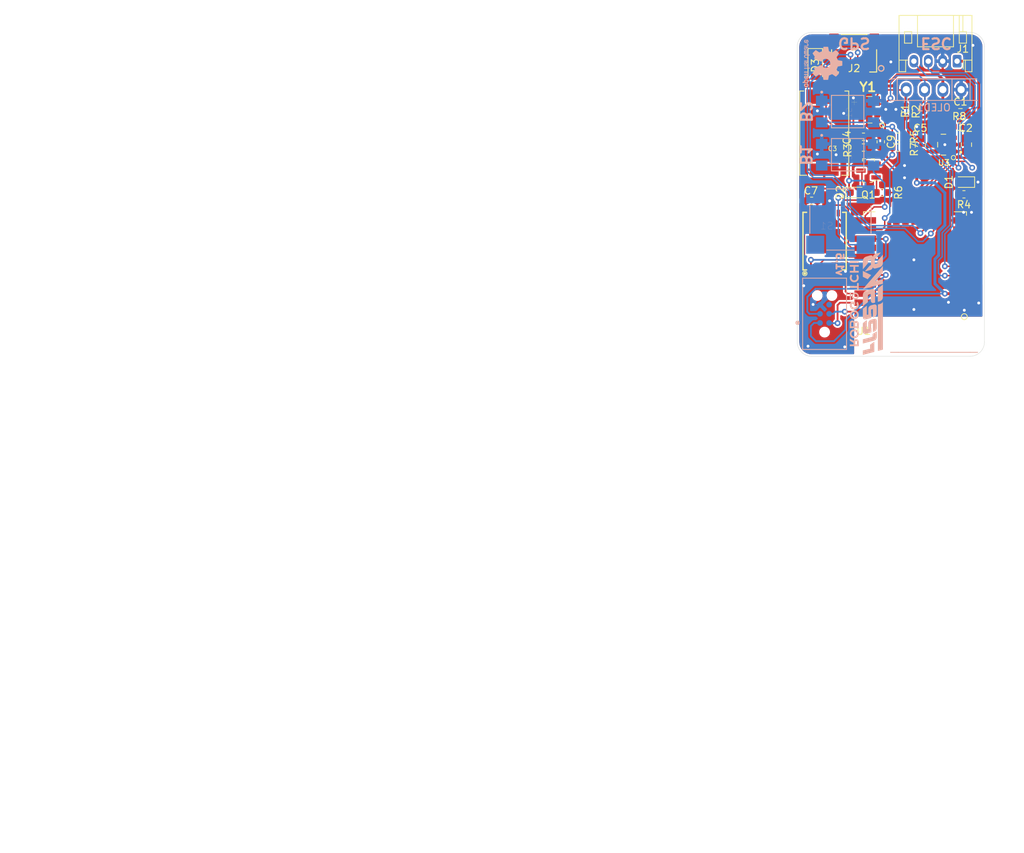
<source format=kicad_pcb>
(kicad_pcb (version 20171130) (host pcbnew "(5.1.5)-3")
  (layers (0 F.Cu signal) (31 B.Cu signal) (34 B.Paste user) (35 F.Paste user) (36 B.SilkS user) (37 F.SilkS user) (38 B.Mask user) (39 F.Mask user) (44 Edge.Cuts user))
  (net 0 "")
  (net 1 GND)
  (net 2 +3V3)
  (net 3 "Net-(D1-Pad2)")
  (net 4 /SDA)
  (net 5 /SCL)
  (net 6 /P0.09)
  (net 7 +5V)
  (net 8 /VBACKUP)
  (net 9 /GPS-TX)
  (net 10 /GPS-RX)
  (net 11 /RST)
  (net 12 /SWCLK)
  (net 13 /SWDIO)
  (net 14 /P0.10)
  (net 15 /P0.20)
  (net 16 /P0.19)
  (net 17 /P0.23)
  (net 18 /P0.17)
  (net 19 /P0.22)
  (net 20 /P0.21)
  (net 21 "Net-(C3-Pad1)")
  (net 22 "Net-(D2-Pad2)")
  (net 23 /ESC-TX)
  (net 24 /ESC-RX)
  (net 25 /P0.08)
  (net 26 "Net-(Q1-Pad2)")
  (net 27 /P0.05)
  (net 28 "Net-(D3-Pad1)")
  (net 29 "Net-(C1-Pad1)")
  (module Symbol:OSHW-Logo2_7.3x6mm_SilkScreen (layer B.Cu) (at 129.4 85.4 90)
    (fp_text reference REF** hide)
    (fp_text value OSHW-Logo2_7.3x6mm_SilkScreen hide)
  )
  (module Freesk8-receiver:Freesk8-robogotchi-14x4p4mm (layer B.Cu) (at 135.5 118.8 90)
    (fp_text reference G*** hide)
    (fp_text value LOGO hide)
  )
  (module TLV75533PDBVR:SOT95P280X145-5N (layer F.Cu) (at 146.2 96.7 180)
    (fp_text reference U3 (at -0.06 -2.508) (layer F.SilkS) (effects (font (size 0.8 0.8))))
    (fp_text value TLV75533PDBVR)
    (pad 5 smd rect (at 1.255 -0.95 180) (size 1.21 0.59) (layers F.Cu F.Paste F.Mask) (net 2 +3V3))
    (pad 4 smd rect (at 1.255 0.95 180) (size 1.21 0.59) (layers F.Cu F.Paste F.Mask))
    (pad 3 smd rect (at -1.255 0.95 180) (size 1.21 0.59) (layers F.Cu F.Paste F.Mask) (net 29 "Net-(C1-Pad1)"))
    (pad 2 smd rect (at -1.255 0 180) (size 1.21 0.59) (layers F.Cu F.Paste F.Mask) (net 1 GND))
    (pad 1 smd rect (at -1.255 -0.95 180) (size 1.21 0.59) (layers F.Cu F.Paste F.Mask) (net 7 +5V))
  )
  (module Diode_SMD:D_SOD-123 (layer F.Cu) (at 128.4 85.6 270)
    (fp_text reference D3 (at 0.1 0 90) (layer F.SilkS))
    (fp_text value B130-E3)
    (pad 2 smd rect (at 1.65 0 270) (size 0.9 1.2) (layers F.Cu F.Paste F.Mask) (net 2 +3V3))
    (pad 1 smd rect (at -1.65 0 270) (size 0.9 1.2) (layers F.Cu F.Paste F.Mask) (net 28 "Net-(D3-Pad1)"))
  )
  (module Resistor_SMD:R_0603_1608Metric (layer F.Cu) (at 148.4 94.2)
    (fp_text reference R8 (at 0 -1.43) (layer F.SilkS))
    (fp_text value 20k)
    (pad 2 smd roundrect (at 0.7875 0) (size 0.875 0.95) (layers F.Cu F.Paste F.Mask) (net 7 +5V))
    (pad 1 smd roundrect (at -0.7875 0) (size 0.875 0.95) (layers F.Cu F.Paste F.Mask) (net 29 "Net-(C1-Pad1)"))
  )
  (module sm04-srss-tb:SM04B-SRSS-TB (layer F.Cu) (at 133.8 84)
    (fp_text reference J2 (at 0 2.0985) (layer F.SilkS))
    (fp_text value SM04B-SRSS-TB hide)
    (fp_text user * (at 0 -0.2717) (layer F.SilkS))
    (pad 6 smd rect (at 2.799999 -1.776501 90) (size 1.905 1.2954) (layers F.Cu F.Paste F.Mask))
    (pad 5 smd rect (at -2.799999 -1.776501 90) (size 1.905 1.2954) (layers F.Cu F.Paste F.Mask))
    (pad 4 smd rect (at -1.5 2.0985) (size 0.6604 1.5494) (layers F.Cu F.Paste F.Mask) (net 28 "Net-(D3-Pad1)"))
    (pad 3 smd rect (at -0.499999 2.0985) (size 0.6604 1.5494) (layers F.Cu F.Paste F.Mask) (net 10 /GPS-RX))
    (pad 2 smd rect (at 0.499999 2.0985) (size 0.6604 1.5494) (layers F.Cu F.Paste F.Mask) (net 9 /GPS-TX))
    (pad 1 smd rect (at 1.5 2.0985) (size 0.6604 1.5494) (layers F.Cu F.Paste F.Mask) (net 1 GND))
  )
  (module Capacitor_SMD:C_0805_2012Metric (layer F.Cu) (at 148.5625 92.4)
    (fp_text reference C1 (at 0 -1.65) (layer F.SilkS))
    (fp_text value 10uF)
    (pad 2 smd roundrect (at 0.9375 0) (size 0.975 1.4) (layers F.Cu F.Paste F.Mask) (net 1 GND))
    (pad 1 smd roundrect (at -0.9375 0) (size 0.975 1.4) (layers F.Cu F.Paste F.Mask) (net 29 "Net-(C1-Pad1)"))
  )
  (module Freesk8-receiver:SOT-23-3-R (layer F.Cu) (at 135.8 100.3 180)
    (fp_text reference Q1 (at 0.025 -3.375) (layer F.SilkS))
    (fp_text value 2SD1484KT146R)
    (pad 1 smd rect (at -1.05 0.95 180) (size 1.3 0.6) (layers F.Cu F.Paste F.Mask) (net 1 GND))
    (pad 2 smd rect (at -1.05 -0.95 180) (size 1.3 0.6) (layers F.Cu F.Paste F.Mask) (net 26 "Net-(Q1-Pad2)"))
    (pad 3 smd rect (at 1.05 0 180) (size 1.3 0.6) (layers F.Cu F.Paste F.Mask) (net 22 "Net-(D2-Pad2)"))
  )
  (module Freesk8-receiver:OLED-0.9 (layer B.Cu) (at 144.85 89.05 180)
    (fp_text reference OLED1 (at 0 -2.5 180) (layer B.SilkS) (effects (justify mirror)))
    (fp_text value OLED-0.91)
    (pad 4 thru_hole oval (at 3.81 0 180) (size 1.5 2) (drill 1) (layers *.Cu *.Mask) (net 4 /SDA))
    (pad 3 thru_hole oval (at 1.27 0 180) (size 1.5 2) (drill 1) (layers *.Cu *.Mask) (net 5 /SCL))
    (pad 2 thru_hole oval (at -1.27 0 180) (size 1.5 2) (drill 1) (layers *.Cu *.Mask) (net 2 +3V3))
    (pad 1 thru_hole oval (at -3.81 0 180) (size 1.5 2) (drill 1) (layers *.Cu *.Mask) (net 1 GND))
  )
  (module Capacitor_SMD:C_0603_1608Metric (layer F.Cu) (at 127.9 104.5)
    (fp_text reference C7 (at -0.1 -1.4) (layer F.SilkS))
    (fp_text value 0.1uF)
    (pad 2 smd roundrect (at 0.7875 0) (size 0.875 0.95) (layers F.Cu F.Paste F.Mask) (net 1 GND))
    (pad 1 smd roundrect (at -0.7875 0) (size 0.875 0.95) (layers F.Cu F.Paste F.Mask) (net 2 +3V3))
  )
  (module TC2030-CTX:TAG_TC2030-IDC-NL (layer B.Cu) (at 129.7 120.2 90)
    (fp_text reference J3 (at -1.908485 4.453145 270) (layer B.SilkS) (effects (font (size 1.001835 1.001835) (thickness 0.015)) (justify mirror)))
    (fp_text value TC2030-CTX)
    (pad 6 smd circle (at 1.27 0.635 90) (size 0.787 0.787) (layers B.Cu B.Mask))
    (pad 5 smd circle (at 1.27 -0.635 90) (size 0.787 0.787) (layers B.Cu B.Mask) (net 1 GND))
    (pad 4 smd circle (at 0 0.635 90) (size 0.787 0.787) (layers B.Cu B.Mask) (net 12 /SWCLK))
    (pad 3 smd circle (at 0 -0.635 90) (size 0.787 0.787) (layers B.Cu B.Mask) (net 11 /RST))
    (pad 2 smd circle (at -1.27 0.635 90) (size 0.787 0.787) (layers B.Cu B.Mask) (net 13 /SWDIO))
    (pad 1 smd circle (at -1.27 -0.635 90) (size 0.787 0.787) (layers B.Cu B.Mask) (net 2 +3V3))
    (pad None np_thru_hole circle (at 2.54 -1.016 90) (size 0.991 0.991) (drill 0.991) (layers *.Cu *.Mask))
    (pad None np_thru_hole circle (at 2.54 1.016 90) (size 0.991 0.991) (drill 0.991) (layers *.Cu *.Mask))
    (pad None np_thru_hole circle (at -2.54 0 90) (size 0.991 0.991) (drill 0.991) (layers *.Cu *.Mask))
  )
  (module TL3305AF260QG:SW_TL3305AF260QG (layer B.Cu) (at 132.9 98.1 270)
    (fp_text reference S2 (at -0.025 -0.175 90) (layer B.SilkS) (effects (font (size 0.8 0.8) (thickness 0.015)) (justify mirror)))
    (fp_text value TL3315NF160Q)
    (pad 4 smd rect (at 1.5 -3.6 270) (size 1.4 1.6) (layers B.Cu B.Paste B.Mask) (net 6 /P0.09))
    (pad 3 smd rect (at 1.5 3.6 270) (size 1.4 1.6) (layers B.Cu B.Paste B.Mask) (net 6 /P0.09))
    (pad 2 smd rect (at -1.5 -3.6 270) (size 1.4 1.6) (layers B.Cu B.Paste B.Mask) (net 1 GND))
    (pad 1 smd rect (at -1.5 3.6 270) (size 1.4 1.6) (layers B.Cu B.Paste B.Mask) (net 1 GND))
  )
  (module DSK-3R3H224U-HL:CAP_DSK-3R3H224U-HL (layer F.Cu) (at 129.65 95.1)
    (fp_text reference C3 (at 1.15 2.15) (layer F.SilkS) (effects (font (size 0.641479 0.641479) (thickness 0.1))))
    (fp_text value DSK-3R3H224U-HL)
    (fp_text user + (at 4.17451 -4.37661) (layer F.SilkS) (effects (font (size 1.007717 1.007717) (thickness 0.015))))
    (pad 2 smd rect (at 0 5.075) (size 4 1.7) (layers F.Cu F.Paste F.Mask) (net 1 GND))
    (pad 1 smd rect (at 0 -5.075) (size 5 2) (layers F.Cu F.Paste F.Mask) (net 21 "Net-(C3-Pad1)"))
  )
  (module Capacitor_SMD:C_0603_1608Metric (layer F.Cu) (at 137.5 96.3 270)
    (fp_text reference C9 (at 0 -1.43 90) (layer F.SilkS))
    (fp_text value 0.1uF)
    (pad 2 smd roundrect (at 0.7875 0 270) (size 0.875 0.95) (layers F.Cu F.Paste F.Mask) (net 1 GND))
    (pad 1 smd roundrect (at -0.7875 0 270) (size 0.875 0.95) (layers F.Cu F.Paste F.Mask) (net 2 +3V3))
  )
  (module SamacSys_Parts:ABRTCMC32768kHzEOZ9S3DBT (layer F.Cu) (at 135.9 91.85 90)
    (fp_text reference Y1 (at 3.15 -0.2 180) (layer F.SilkS) (effects (font (size 1.27 1.27) (thickness 0.254))))
    (fp_text value RV-3129-C3 hide)
    (pad 10 smd rect (at -1.6 -1.1 90) (size 0.5 0.8) (layers F.Cu F.Paste F.Mask))
    (pad 9 smd rect (at -0.8 -1.1 90) (size 0.5 0.8) (layers F.Cu F.Paste F.Mask) (net 8 /VBACKUP))
    (pad 8 smd rect (at 0 -1.1 90) (size 0.5 0.8) (layers F.Cu F.Paste F.Mask))
    (pad 7 smd rect (at 0.8 -1.1 90) (size 0.5 0.8) (layers F.Cu F.Paste F.Mask))
    (pad 6 smd rect (at 1.6 -1.1 90) (size 0.5 0.8) (layers F.Cu F.Paste F.Mask) (net 1 GND))
    (pad 5 smd rect (at 1.6 1.1 90) (size 0.5 0.8) (layers F.Cu F.Paste F.Mask) (net 4 /SDA))
    (pad 4 smd rect (at 0.8 1.1 90) (size 0.5 0.8) (layers F.Cu F.Paste F.Mask) (net 5 /SCL))
    (pad 3 smd rect (at 0 1.1 90) (size 0.5 0.8) (layers F.Cu F.Paste F.Mask))
    (pad 2 smd rect (at -0.8 1.1 90) (size 0.5 0.8) (layers F.Cu F.Paste F.Mask) (net 2 +3V3))
    (pad 1 smd rect (at -1.6 1.1 90) (size 0.5 0.8) (layers F.Cu F.Paste F.Mask))
  )
  (module Connector_JST:JST_PH_S4B-PH-K_1x04_P2.00mm_Horizontal (layer F.Cu) (at 148.1 85.1 180)
    (fp_text reference J1 (at -0.8 1.7) (layer F.SilkS))
    (fp_text value S4B-PH-K-SLFSN)
    (pad 4 thru_hole oval (at 6 0 180) (size 1.2 1.75) (drill 0.75) (layers *.Cu *.Mask) (net 23 /ESC-TX))
    (pad 3 thru_hole oval (at 4 0 180) (size 1.2 1.75) (drill 0.75) (layers *.Cu *.Mask) (net 24 /ESC-RX))
    (pad 2 thru_hole oval (at 2 0 180) (size 1.2 1.75) (drill 0.75) (layers *.Cu *.Mask) (net 1 GND))
    (pad 1 thru_hole roundrect (at 0 0 180) (size 1.2 1.75) (drill 0.75) (layers *.Cu *.Mask) (roundrect_rratio 0.208333) (net 7 +5V))
  )
  (module Capacitor_SMD:C_0805_2012Metric (layer F.Cu) (at 143 96.8 90)
    (fp_text reference C5 (at 2.4 0 180) (layer F.SilkS))
    (fp_text value 1uF)
    (pad 2 smd roundrect (at 0.9375 0 90) (size 0.975 1.4) (layers F.Cu F.Paste F.Mask) (net 1 GND))
    (pad 1 smd roundrect (at -0.9375 0 90) (size 0.975 1.4) (layers F.Cu F.Paste F.Mask) (net 2 +3V3))
  )
  (module Capacitor_SMD:C_0805_2012Metric (layer F.Cu) (at 149.4 96.7 90)
    (fp_text reference C2 (at 2.3 -0.1 180) (layer F.SilkS))
    (fp_text value 1uF)
    (pad 2 smd roundrect (at 0.9375 0 90) (size 0.975 1.4) (layers F.Cu F.Paste F.Mask) (net 1 GND))
    (pad 1 smd roundrect (at -0.9375 0 90) (size 0.975 1.4) (layers F.Cu F.Paste F.Mask) (net 7 +5V))
  )
  (module Capacitor_SMD:C_0603_1608Metric (layer F.Cu) (at 135.1 95.6 180)
    (fp_text reference C4 (at 2.3 -0.1 90) (layer F.SilkS))
    (fp_text value 10000pF)
    (pad 2 smd roundrect (at 0.7875 0 180) (size 0.875 0.95) (layers F.Cu F.Paste F.Mask) (net 1 GND))
    (pad 1 smd roundrect (at -0.7875 0 180) (size 0.875 0.95) (layers F.Cu F.Paste F.Mask) (net 8 /VBACKUP))
  )
  (module CMT-8503-90-SMT-TR:XDCR_CMT-8503-90-SMT-TR (layer B.Cu) (at 131.9 107.1 180)
    (fp_text reference LS1 (at 1.5 -0.9) (layer B.SilkS) (effects (font (thickness 0.015)) (justify mirror)))
    (fp_text value CMT-8503-90-SMT-TR)
    (pad N smd rect (at -3.5 -3.5 180) (size 2.5 2.5) (layers B.Cu B.Paste B.Mask) (net 22 "Net-(D2-Pad2)"))
    (pad 2 smd rect (at 3.5 -3.5 180) (size 2.5 2.5) (layers B.Cu B.Paste B.Mask))
    (pad 1 smd rect (at 3.5 3.5 180) (size 2.5 2.5) (layers B.Cu B.Paste B.Mask))
    (pad P smd rect (at -3.5 3.5 180) (size 2.5 2.5) (layers B.Cu B.Paste B.Mask) (net 2 +3V3))
  )
  (module Resistor_SMD:R_0603_1608Metric (layer F.Cu) (at 137.7 103.35)
    (fp_text reference R6 (at 2.25 0 270) (layer F.SilkS))
    (fp_text value 180r)
    (pad 2 smd roundrect (at 0.7875 0) (size 0.875 0.95) (layers F.Cu F.Paste F.Mask) (net 25 /P0.08))
    (pad 1 smd roundrect (at -0.7875 0) (size 0.875 0.95) (layers F.Cu F.Paste F.Mask) (net 26 "Net-(Q1-Pad2)"))
  )
  (module Diode_SMD:D_0603_1608Metric (layer F.Cu) (at 134.1 103.35)
    (fp_text reference D2 (at -2.25 0 270) (layer F.SilkS))
    (fp_text value SD0603S040S0R2)
    (pad 2 smd roundrect (at 0.7875 0) (size 0.875 0.95) (layers F.Cu F.Paste F.Mask) (net 22 "Net-(D2-Pad2)"))
    (pad 1 smd roundrect (at -0.7875 0) (size 0.875 0.95) (layers F.Cu F.Paste F.Mask) (net 2 +3V3))
  )
  (module LED_SMD:LED_0603_1608Metric (layer F.Cu) (at 149.05 101.9 180)
    (fp_text reference D1 (at 2.1 0 90) (layer F.SilkS))
    (fp_text value LED)
    (pad 2 smd roundrect (at 0.7875 0 180) (size 0.875 0.95) (layers F.Cu F.Paste F.Mask) (net 3 "Net-(D1-Pad2)"))
    (pad 1 smd roundrect (at -0.7875 0 180) (size 0.875 0.95) (layers F.Cu F.Paste F.Mask) (net 1 GND))
  )
  (module Resistor_SMD:R_0603_1608Metric (layer F.Cu) (at 149.05 103.6 180)
    (fp_text reference R4 (at 0 -1.43) (layer F.SilkS))
    (fp_text value 1k)
    (pad 2 smd roundrect (at 0.7875 0 180) (size 0.875 0.95) (layers F.Cu F.Paste F.Mask) (net 3 "Net-(D1-Pad2)"))
    (pad 1 smd roundrect (at -0.7875 0 180) (size 0.875 0.95) (layers F.Cu F.Paste F.Mask) (net 27 /P0.05))
  )
  (module W25N01GVZEIG_TR:SON127P800X600X80-9N (layer F.Cu) (at 129.7 110.1 90)
    (fp_text reference U2 (at 5.65 2.75 90) (layer F.SilkS) (effects (font (size 1.001787 1.001787) (thickness 0.015))))
    (fp_text value MX25L25645GZ2I-08G)
    (pad 9 smd rect (at 0 0 90) (size 3.4 4.3) (layers F.Cu F.Mask))
    (pad 8 smd rect (at 3.895 -1.905 90) (size 0.94 0.44) (layers F.Cu F.Paste F.Mask) (net 2 +3V3))
    (pad 5 smd rect (at 3.895 1.905 90) (size 0.94 0.44) (layers F.Cu F.Paste F.Mask) (net 15 /P0.20))
    (pad 6 smd rect (at 3.895 0.635 90) (size 0.94 0.44) (layers F.Cu F.Paste F.Mask) (net 16 /P0.19))
    (pad 7 smd rect (at 3.895 -0.635 90) (size 0.94 0.44) (layers F.Cu F.Paste F.Mask) (net 17 /P0.23))
    (pad 1 smd rect (at -3.895 -1.905 90) (size 0.94 0.44) (layers F.Cu F.Paste F.Mask) (net 18 /P0.17))
    (pad 4 smd rect (at -3.895 1.905 90) (size 0.94 0.44) (layers F.Cu F.Paste F.Mask) (net 1 GND))
    (pad 3 smd rect (at -3.895 0.635 90) (size 0.94 0.44) (layers F.Cu F.Paste F.Mask) (net 19 /P0.22))
    (pad 2 smd rect (at -3.895 -0.635 90) (size 0.94 0.44) (layers F.Cu F.Paste F.Mask) (net 20 /P0.21))
  )
  (module Resistor_SMD:R_0603_1608Metric (layer F.Cu) (at 139.9 97.1 180)
    (fp_text reference R7 (at -2.25 -0.25 270) (layer F.SilkS))
    (fp_text value 10k)
    (pad 2 smd roundrect (at 0.7875 0 180) (size 0.875 0.95) (layers F.Cu F.Paste F.Mask) (net 6 /P0.09))
    (pad 1 smd roundrect (at -0.7875 0 180) (size 0.875 0.95) (layers F.Cu F.Paste F.Mask) (net 2 +3V3))
  )
  (module Resistor_SMD:R_0603_1608Metric (layer F.Cu) (at 140.9 92.1 90)
    (fp_text reference R1 (at 0.1 0 90) (layer F.SilkS))
    (fp_text value 10k)
    (pad 2 smd roundrect (at 0.7875 0 90) (size 0.875 0.95) (layers F.Cu F.Paste F.Mask) (net 4 /SDA))
    (pad 1 smd roundrect (at -0.7875 0 90) (size 0.875 0.95) (layers F.Cu F.Paste F.Mask) (net 2 +3V3))
  )
  (module Resistor_SMD:R_0603_1608Metric (layer F.Cu) (at 142.4 92.1 90)
    (fp_text reference R2 (at 0 0 90) (layer F.SilkS))
    (fp_text value 10k)
    (pad 2 smd roundrect (at 0.7875 0 90) (size 0.875 0.95) (layers F.Cu F.Paste F.Mask) (net 5 /SCL))
    (pad 1 smd roundrect (at -0.7875 0 90) (size 0.875 0.95) (layers F.Cu F.Paste F.Mask) (net 2 +3V3))
  )
  (module Resistor_SMD:R_0603_1608Metric (layer F.Cu) (at 135.0875 97.1 180)
    (fp_text reference R3 (at 2.1875 -0.4 90) (layer F.SilkS))
    (fp_text value 470r)
    (pad 2 smd roundrect (at 0.7875 0 180) (size 0.875 0.95) (layers F.Cu F.Paste F.Mask) (net 21 "Net-(C3-Pad1)"))
    (pad 1 smd roundrect (at -0.7875 0 180) (size 0.875 0.95) (layers F.Cu F.Paste F.Mask) (net 8 /VBACKUP))
  )
  (module Resistor_SMD:R_0603_1608Metric (layer F.Cu) (at 139.9 95.6 180)
    (fp_text reference R5 (at -2.25 0 90) (layer F.SilkS))
    (fp_text value 10k)
    (pad 2 smd roundrect (at 0.7875 0 180) (size 0.875 0.95) (layers F.Cu F.Paste F.Mask) (net 14 /P0.10))
    (pad 1 smd roundrect (at -0.7875 0 180) (size 0.875 0.95) (layers F.Cu F.Paste F.Mask) (net 2 +3V3))
  )
  (module TL3305AF260QG:SW_TL3305AF260QG (layer B.Cu) (at 132.9 92.1 270)
    (fp_text reference S1 (at 0.16155 -0.225 90) (layer B.SilkS) (effects (font (size 0.8 0.8) (thickness 0.015)) (justify mirror)))
    (fp_text value TL3315NF160Q)
    (pad 4 smd rect (at 1.5 -3.6 270) (size 1.4 1.6) (layers B.Cu B.Paste B.Mask) (net 14 /P0.10))
    (pad 3 smd rect (at 1.5 3.6 270) (size 1.4 1.6) (layers B.Cu B.Paste B.Mask) (net 14 /P0.10))
    (pad 2 smd rect (at -1.5 -3.6 270) (size 1.4 1.6) (layers B.Cu B.Paste B.Mask) (net 1 GND))
    (pad 1 smd rect (at -1.5 3.6 270) (size 1.4 1.6) (layers B.Cu B.Paste B.Mask) (net 1 GND))
  )
  (module skb501:SKB501_RF_Module (layer F.Cu) (at 142.2 112.6 180)
    (fp_text reference U1 (at 7.1 -10 180) (layer F.SilkS))
    (fp_text value SKB501)
    (pad 13 smd rect (at 0 6.275 270) (size 3 0.9) (layers F.Cu F.Paste F.Mask) (net 23 /ESC-TX))
    (pad 10 smd rect (at -6.85 5.375 180) (size 3 0.9) (layers F.Cu F.Paste F.Mask) (net 1 GND))
    (pad 9 smd rect (at -6.85 4.105 180) (size 3 0.9) (layers F.Cu F.Paste F.Mask))
    (pad 8 smd rect (at -6.85 2.835 180) (size 3 0.9) (layers F.Cu F.Paste F.Mask))
    (pad 7 smd rect (at -6.85 1.565 180) (size 3 0.9) (layers F.Cu F.Paste F.Mask))
    (pad 6 smd rect (at -6.85 0.295 180) (size 3 0.9) (layers F.Cu F.Paste F.Mask))
    (pad 5 smd rect (at -6.85 -0.975 180) (size 3 0.9) (layers F.Cu F.Paste F.Mask) (net 5 /SCL))
    (pad 4 smd rect (at -6.85 -2.245 180) (size 3 0.9) (layers F.Cu F.Paste F.Mask) (net 4 /SDA))
    (pad 3 smd rect (at -6.85 -3.515 180) (size 3 0.9) (layers F.Cu F.Paste F.Mask) (net 27 /P0.05))
    (pad 2 smd rect (at -6.85 -4.785 180) (size 3 0.9) (layers F.Cu F.Paste F.Mask) (net 2 +3V3))
    (pad 1 smd rect (at -6.85 -6.055 180) (size 3 0.9) (layers F.Cu F.Paste F.Mask) (net 1 GND))
    (pad 14 smd rect (at 1.27 6.275 270) (size 3 0.9) (layers F.Cu F.Paste F.Mask) (net 24 /ESC-RX))
    (pad 15 smd rect (at 2.54 6.275 270) (size 3 0.9) (layers F.Cu F.Paste F.Mask) (net 25 /P0.08))
    (pad 12 smd rect (at -1.27 6.275 270) (size 3 0.9) (layers F.Cu F.Paste F.Mask) (net 10 /GPS-RX))
    (pad 11 smd rect (at -2.54 6.275 270) (size 3 0.9) (layers F.Cu F.Paste F.Mask) (net 9 /GPS-TX))
    (pad 16 smd rect (at 6.85 5.375 180) (size 3 0.9) (layers F.Cu F.Paste F.Mask) (net 6 /P0.09))
    (pad 17 smd rect (at 6.85 4.105 180) (size 3 0.9) (layers F.Cu F.Paste F.Mask) (net 14 /P0.10))
    (pad 18 smd rect (at 6.85 2.835 180) (size 3 0.9) (layers F.Cu F.Paste F.Mask) (net 18 /P0.17))
    (pad 19 smd rect (at 6.85 1.565 180) (size 3 0.9) (layers F.Cu F.Paste F.Mask) (net 16 /P0.19))
    (pad 20 smd rect (at 6.85 0.295 180) (size 3 0.9) (layers F.Cu F.Paste F.Mask) (net 15 /P0.20))
    (pad 21 smd rect (at 6.85 -0.975 180) (size 3 0.9) (layers F.Cu F.Paste F.Mask) (net 20 /P0.21))
    (pad 22 smd rect (at 6.85 -2.245 180) (size 3 0.9) (layers F.Cu F.Paste F.Mask) (net 11 /RST))
    (pad 23 smd rect (at 6.85 -3.515 180) (size 3 0.9) (layers F.Cu F.Paste F.Mask) (net 19 /P0.22))
    (pad 24 smd rect (at 6.85 -4.785 180) (size 3 0.9) (layers F.Cu F.Paste F.Mask) (net 17 /P0.23))
    (pad 25 smd rect (at 6.85 -6.055 180) (size 3 0.9) (layers F.Cu F.Paste F.Mask) (net 13 /SWDIO))
    (pad 26 smd rect (at 6.85 -7.325 180) (size 3 0.9) (layers F.Cu F.Paste F.Mask) (net 12 /SWCLK))
  )
  (gr_circle (center 147.6 98.5) (end 147.6 98.8) (layer F.SilkS) (width 0.12))
  (gr_circle (center 149.1 120.6) (end 149 121) (layer F.SilkS) (width 0.12))
  (gr_circle (center 126.95 114.6) (end 127 114.9) (layer F.SilkS) (width 0.12))
  (gr_circle (center 137.7 94) (end 137.8 94.3) (layer F.SilkS) (width 0.12))
  (gr_text "B2\n" (at 127.1 92.125 270) (layer B.SilkS) (effects (font (size 1.5 1.5) (thickness 0.3)) (justify mirror)))
  (gr_text B1 (at 127.075 98.1 270) (layer B.SilkS) (effects (font (size 1.5 1.5) (thickness 0.3)) (justify mirror)))
  (gr_text GPS (at 133.8 82.6 180) (layer B.SilkS) (effects (font (size 1.5 1.5) (thickness 0.3)) (justify mirror)))
  (gr_text ESC (at 145.2 82.6 180) (layer B.SilkS) (effects (font (size 1.5 1.5) (thickness 0.3)) (justify mirror)))
  (gr_line (start 127.9 81.1) (end 149.9 81.1) (layer Edge.Cuts) (width 0.05))
  (gr_line (start 127.9 126.1) (end 149.9 126.1) (layer Edge.Cuts) (width 0.05))
  (gr_line (start 125.9 124.1) (end 125.9 83.1) (layer Edge.Cuts) (width 0.05))
  (gr_line (start 151.9 83.1) (end 151.9 124.1) (layer Edge.Cuts) (width 0.05))
  (gr_arc (start 149.9 124.1) (end 149.9 126.1) (angle -90) (layer Edge.Cuts) (width 0.05))
  (gr_arc (start 127.9 124.1) (end 125.9 124.1) (angle -90) (layer Edge.Cuts) (width 0.05))
  (gr_arc (start 127.9 83.1) (end 127.9 81.1) (angle -90) (layer Edge.Cuts) (width 0.05))
  (gr_arc (start 149.9 83.1) (end 151.9 83.1) (angle -90) (layer Edge.Cuts) (width 0.05))
  (gr_text v1.5 (at 131.8 113.3 270) (layer B.SilkS) (effects (font (size 1 1) (thickness 0.25)) (justify mirror)))
  (via (at 132.6 114.3) (size 0.8) (drill 0.4) (layers F.Cu B.Cu) (net 1))
  (via (at 130.4 104.5) (size 0.8) (drill 0.4) (layers F.Cu B.Cu) (net 1))
  (via (at 132.35 92.35) (size 0.8) (drill 0.4) (layers F.Cu B.Cu) (net 1))
  (via (at 131.3 98.1) (size 0.8) (drill 0.4) (layers F.Cu B.Cu) (net 1))
  (via (at 140.8 101.3) (size 0.8) (drill 0.4) (layers F.Cu B.Cu) (net 1))
  (via (at 142.1 112.7) (size 0.8) (drill 0.4) (layers F.Cu B.Cu) (net 1))
  (via (at 128.1 118.9) (size 0.8) (drill 0.4) (layers F.Cu B.Cu) (net 1))
  (segment (start 129.035 118.9) (end 129.065 118.93) (width 0.25) (layer B.Cu) (net 1))
  (segment (start 128.1 118.9) (end 129.035 118.9) (width 0.25) (layer B.Cu) (net 1))
  (segment (start 128.6875 104.5) (end 130.4 104.5) (width 0.25) (layer F.Cu) (net 1))
  (via (at 126.8 116.3) (size 0.8) (drill 0.4) (layers F.Cu B.Cu) (net 1))
  (via (at 127.4 124.7) (size 0.8) (drill 0.4) (layers F.Cu B.Cu) (net 1))
  (via (at 132.5 124.8) (size 0.8) (drill 0.4) (layers F.Cu B.Cu) (net 1))
  (via (at 146.9 118.6) (size 0.8) (drill 0.4) (layers F.Cu B.Cu) (net 1))
  (via (at 151.1 118.7) (size 0.8) (drill 0.4) (layers F.Cu B.Cu) (net 1))
  (via (at 149.1 119.7) (size 0.8) (drill 0.4) (layers F.Cu B.Cu) (net 1))
  (via (at 149 106.1) (size 0.8) (drill 0.4) (layers F.Cu B.Cu) (net 1))
  (via (at 150.1 106.1) (size 0.8) (drill 0.4) (layers F.Cu B.Cu) (net 1))
  (via (at 146.4 96.7) (size 0.8) (drill 0.4) (layers F.Cu B.Cu) (net 1))
  (via (at 133.7 90.2) (size 0.8) (drill 0.4) (layers F.Cu B.Cu) (net 1))
  (via (at 128.7 92) (size 0.8) (drill 0.4) (layers F.Cu B.Cu) (net 1))
  (via (at 128.7 98) (size 0.8) (drill 0.4) (layers F.Cu B.Cu) (net 1))
  (via (at 150.3 82.9) (size 0.8) (drill 0.4) (layers F.Cu B.Cu) (net 1))
  (via (at 138.9 85.2) (size 0.8) (drill 0.4) (layers F.Cu B.Cu) (net 1))
  (via (at 142.1 119.6) (size 0.8) (drill 0.4) (layers F.Cu B.Cu) (net 1))
  (via (at 142.5 94.2) (size 0.8) (drill 0.4) (layers F.Cu B.Cu) (net 1))
  (via (at 140.8 99.6) (size 0.8) (drill 0.4) (layers F.Cu B.Cu) (net 1))
  (via (at 138.2 91.8) (size 0.8) (drill 0.4) (layers F.Cu B.Cu) (net 1))
  (via (at 139.6 91.8) (size 0.8) (drill 0.4) (layers F.Cu B.Cu) (net 1))
  (via (at 151 101.9) (size 0.8) (drill 0.4) (layers F.Cu B.Cu) (net 1))
  (segment (start 148.4625 96.7) (end 149.4 95.7625) (width 0.4) (layer F.Cu) (net 1))
  (segment (start 147.6 96.7) (end 148.4625 96.7) (width 0.4) (layer F.Cu) (net 1))
  (segment (start 146.4 96.7) (end 147.455 96.7) (width 0.4) (layer F.Cu) (net 1))
  (segment (start 127.8125 105.8875) (end 127.795 105.905) (width 0.2) (layer F.Cu) (net 2))
  (segment (start 140.9 95.3875) (end 140.6875 95.6) (width 0.25) (layer F.Cu) (net 2))
  (segment (start 137.4 95.6125) (end 137.4 95.175) (width 0.2) (layer F.Cu) (net 2))
  (segment (start 127.1125 105.5225) (end 127.795 106.205) (width 0.25) (layer F.Cu) (net 2))
  (segment (start 127.1125 104.5) (end 127.1125 105.5225) (width 0.25) (layer F.Cu) (net 2))
  (segment (start 132.875 103.35) (end 132.325 102.8) (width 0.25) (layer F.Cu) (net 2))
  (segment (start 133.3125 103.35) (end 132.875 103.35) (width 0.25) (layer F.Cu) (net 2))
  (segment (start 132.325 102.8) (end 127.7 102.8) (width 0.25) (layer F.Cu) (net 2))
  (segment (start 127.1125 103.3875) (end 127.1125 104.5) (width 0.25) (layer F.Cu) (net 2))
  (segment (start 127.7 102.8) (end 127.1125 103.3875) (width 0.25) (layer F.Cu) (net 2))
  (segment (start 133.3125 102.875) (end 133.1 102.6625) (width 0.25) (layer F.Cu) (net 2))
  (segment (start 133.3125 103.35) (end 133.3125 102.875) (width 0.25) (layer F.Cu) (net 2))
  (via (at 133.1 101.7) (size 0.8) (drill 0.4) (layers F.Cu B.Cu) (net 2))
  (segment (start 133.1 102.6625) (end 133.1 101.7) (width 0.25) (layer F.Cu) (net 2))
  (segment (start 133.1 101.7) (end 135.1 101.7) (width 0.25) (layer B.Cu) (net 2))
  (segment (start 135.4 102) (end 135.4 103.6) (width 0.25) (layer B.Cu) (net 2))
  (segment (start 135.1 101.7) (end 135.4 102) (width 0.25) (layer B.Cu) (net 2))
  (segment (start 140.6625 92.65) (end 140.9 92.8875) (width 0.25) (layer F.Cu) (net 2))
  (segment (start 137.5 95.075) (end 138.1 94.475) (width 0.25) (layer F.Cu) (net 2))
  (segment (start 137.5 95.5125) (end 137.5 95.075) (width 0.25) (layer F.Cu) (net 2))
  (segment (start 137 92.65) (end 138.1 92.65) (width 0.25) (layer F.Cu) (net 2))
  (segment (start 138.1 94.475) (end 138.1 92.65) (width 0.25) (layer F.Cu) (net 2))
  (segment (start 138.1 92.65) (end 140.6625 92.65) (width 0.25) (layer F.Cu) (net 2))
  (segment (start 133.1 99.3) (end 133.1 101.7) (width 0.25) (layer F.Cu) (net 2))
  (segment (start 137.7 98.5) (end 133.9 98.5) (width 0.25) (layer F.Cu) (net 2))
  (segment (start 133.9 98.5) (end 133.1 99.3) (width 0.25) (layer F.Cu) (net 2))
  (segment (start 142.5 100.4) (end 139.6 100.4) (width 0.25) (layer F.Cu) (net 2))
  (segment (start 139.6 100.4) (end 137.7 98.5) (width 0.25) (layer F.Cu) (net 2))
  (segment (start 141.325 97.7375) (end 140.6875 97.1) (width 0.4) (layer F.Cu) (net 2))
  (segment (start 143.1 97.7375) (end 141.325 97.7375) (width 0.4) (layer F.Cu) (net 2))
  (segment (start 143.1845 97.653) (end 143.1 97.7375) (width 0.4) (layer F.Cu) (net 2))
  (segment (start 145 97.653) (end 143.1845 97.653) (width 0.4) (layer F.Cu) (net 2))
  (segment (start 143.1 99.8) (end 142.5 100.4) (width 0.4) (layer F.Cu) (net 2))
  (segment (start 143.1 97.7375) (end 143.1 99.8) (width 0.4) (layer F.Cu) (net 2))
  (segment (start 127.8 121.9) (end 128.23 121.47) (width 0.25) (layer B.Cu) (net 2))
  (segment (start 131 124) (end 128.5 124) (width 0.25) (layer B.Cu) (net 2))
  (segment (start 132.6 122.4) (end 131 124) (width 0.25) (layer B.Cu) (net 2))
  (segment (start 128.5 124) (end 127.8 123.3) (width 0.25) (layer B.Cu) (net 2))
  (segment (start 128.23 121.47) (end 129.065 121.47) (width 0.25) (layer B.Cu) (net 2))
  (segment (start 132.6 121.1) (end 132.6 122.4) (width 0.25) (layer B.Cu) (net 2))
  (segment (start 127.8 123.3) (end 127.8 121.9) (width 0.25) (layer B.Cu) (net 2))
  (segment (start 146.4 117.4) (end 136.3 117.4) (width 0.25) (layer B.Cu) (net 2))
  (segment (start 136.3 117.4) (end 132.6 121.1) (width 0.25) (layer B.Cu) (net 2))
  (via (at 146.4 117.4) (size 0.8) (drill 0.4) (layers F.Cu B.Cu) (net 2))
  (segment (start 142.5 100.4) (end 142.5 102) (width 0.4) (layer F.Cu) (net 2))
  (via (at 142.5 102) (size 0.8) (drill 0.4) (layers F.Cu B.Cu) (net 2))
  (segment (start 142.5 102) (end 145 102) (width 0.4) (layer B.Cu) (net 2))
  (segment (start 145 102) (end 146.4 103.4) (width 0.4) (layer B.Cu) (net 2))
  (segment (start 146.4 107.889972) (end 145.54438 108.745591) (width 0.4) (layer B.Cu) (net 2))
  (segment (start 146.4 103.4) (end 146.4 107.889972) (width 0.4) (layer B.Cu) (net 2))
  (segment (start 145.02219 116.02219) (end 146.000001 117.000001) (width 0.4) (layer B.Cu) (net 2))
  (segment (start 145.02219 112.602085) (end 145.02219 116.02219) (width 0.4) (layer B.Cu) (net 2))
  (segment (start 146.000001 117.000001) (end 146.4 117.4) (width 0.4) (layer B.Cu) (net 2))
  (segment (start 145.54438 112.079896) (end 145.02219 112.602085) (width 0.4) (layer B.Cu) (net 2))
  (segment (start 145.54438 108.745591) (end 145.54438 112.079896) (width 0.4) (layer B.Cu) (net 2))
  (segment (start 149.035 117.4) (end 149.05 117.385) (width 0.4) (layer F.Cu) (net 2))
  (segment (start 146.4 117.4) (end 149.035 117.4) (width 0.4) (layer F.Cu) (net 2))
  (segment (start 146.12 90.45) (end 146.12 89.05) (width 0.4) (layer F.Cu) (net 2))
  (segment (start 143.6825 92.8875) (end 146.12 90.45) (width 0.4) (layer F.Cu) (net 2))
  (segment (start 142.4 92.8875) (end 143.6825 92.8875) (width 0.4) (layer F.Cu) (net 2))
  (segment (start 140.6875 97.1) (end 140.6875 95.6) (width 0.4) (layer F.Cu) (net 2))
  (segment (start 140.6875 93.1) (end 140.9 92.8875) (width 0.4) (layer F.Cu) (net 2))
  (segment (start 140.6875 95.6) (end 140.6875 93.1) (width 0.4) (layer F.Cu) (net 2))
  (segment (start 140.9 92.8875) (end 142.4 92.8875) (width 0.4) (layer F.Cu) (net 2))
  (segment (start 129.4 87.25) (end 130.05 87.9) (width 0.4) (layer F.Cu) (net 2))
  (segment (start 128.4 87.25) (end 129.4 87.25) (width 0.4) (layer F.Cu) (net 2))
  (segment (start 130.05 87.9) (end 138.9 87.9) (width 0.4) (layer F.Cu) (net 2))
  (segment (start 138.9 87.9) (end 139.8 87) (width 0.4) (layer F.Cu) (net 2))
  (segment (start 146.12 87.65) (end 146.12 89.05) (width 0.4) (layer F.Cu) (net 2))
  (segment (start 145.47 87) (end 146.12 87.65) (width 0.4) (layer F.Cu) (net 2))
  (segment (start 139.8 87) (end 145.47 87) (width 0.4) (layer F.Cu) (net 2))
  (segment (start 148.2625 101.9) (end 148.2625 103.6) (width 0.2) (layer F.Cu) (net 3))
  (segment (start 140.9 89.29) (end 141.09 89.1) (width 0.2) (layer F.Cu) (net 4))
  (segment (start 140.9 91.3125) (end 140.9 89.29) (width 0.2) (layer F.Cu) (net 4))
  (segment (start 147.35 114.845) (end 147.295 114.9) (width 0.2) (layer F.Cu) (net 4))
  (segment (start 149.05 114.845) (end 147.35 114.845) (width 0.2) (layer F.Cu) (net 4))
  (via (at 146.4 114.9) (size 0.8) (drill 0.4) (layers F.Cu B.Cu) (net 4))
  (segment (start 147.295 114.9) (end 146.4 114.9) (width 0.2) (layer F.Cu) (net 4))
  (segment (start 140.14 89.1) (end 141.09 89.1) (width 0.2) (layer F.Cu) (net 4))
  (segment (start 137.7 89.1) (end 140.14 89.1) (width 0.2) (layer F.Cu) (net 4))
  (segment (start 137 89.8) (end 137.7 89.1) (width 0.2) (layer F.Cu) (net 4))
  (segment (start 137 90.25) (end 137 89.8) (width 0.2) (layer F.Cu) (net 4))
  (segment (start 145.5 114.565685) (end 145.834315 114.9) (width 0.2) (layer B.Cu) (net 4))
  (segment (start 145.5 112.8) (end 145.5 114.565685) (width 0.2) (layer B.Cu) (net 4))
  (segment (start 147.1 107.865696) (end 146.02219 108.943506) (width 0.2) (layer B.Cu) (net 4))
  (segment (start 143.252191 96.552191) (end 143.252191 96.586495) (width 0.2) (layer B.Cu) (net 4))
  (segment (start 145.834315 114.9) (end 146.4 114.9) (width 0.2) (layer B.Cu) (net 4))
  (segment (start 146.02219 108.943506) (end 146.02219 112.27781) (width 0.2) (layer B.Cu) (net 4))
  (segment (start 141.09 89.1) (end 141.09 94.39) (width 0.2) (layer B.Cu) (net 4))
  (segment (start 146.02219 112.27781) (end 145.5 112.8) (width 0.2) (layer B.Cu) (net 4))
  (segment (start 141.09 94.39) (end 143.252191 96.552191) (width 0.2) (layer B.Cu) (net 4))
  (segment (start 143.252191 96.586495) (end 147.1 100.434304) (width 0.2) (layer B.Cu) (net 4))
  (segment (start 147.1 100.434304) (end 147.1 107.865696) (width 0.2) (layer B.Cu) (net 4))
  (segment (start 143.63 90.5575) (end 143.63 90.3) (width 0.2) (layer F.Cu) (net 5))
  (segment (start 142.875 91.3125) (end 143.63 90.5575) (width 0.2) (layer F.Cu) (net 5))
  (segment (start 143.63 90.3) (end 143.63 89.1) (width 0.2) (layer F.Cu) (net 5))
  (segment (start 142.4 91.3125) (end 142.875 91.3125) (width 0.2) (layer F.Cu) (net 5))
  (segment (start 147.35 113.575) (end 147.325 113.6) (width 0.2) (layer F.Cu) (net 5))
  (segment (start 149.05 113.575) (end 147.35 113.575) (width 0.2) (layer F.Cu) (net 5))
  (via (at 146.4 113.6) (size 0.8) (drill 0.4) (layers F.Cu B.Cu) (net 5))
  (segment (start 147.325 113.6) (end 146.4 113.6) (width 0.2) (layer F.Cu) (net 5))
  (segment (start 143.63 96.43) (end 143.63 89.1) (width 0.2) (layer B.Cu) (net 5))
  (segment (start 147.477801 100.277801) (end 143.63 96.43) (width 0.2) (layer B.Cu) (net 5))
  (segment (start 147.477801 108.022199) (end 147.477801 100.277801) (width 0.2) (layer B.Cu) (net 5))
  (segment (start 146.4 113.6) (end 146.4 109.1) (width 0.2) (layer B.Cu) (net 5))
  (segment (start 146.4 109.1) (end 147.477801 108.022199) (width 0.2) (layer B.Cu) (net 5))
  (segment (start 137 91.05) (end 138.05 91.05) (width 0.2) (layer F.Cu) (net 5))
  (via (at 138.85 90.25) (size 0.8) (drill 0.4) (layers F.Cu B.Cu) (net 5))
  (segment (start 138.05 91.05) (end 138.85 90.25) (width 0.2) (layer F.Cu) (net 5))
  (segment (start 138.85 90.25) (end 138.85 87.95) (width 0.2) (layer B.Cu) (net 5))
  (segment (start 138.85 87.95) (end 139.7 87.1) (width 0.2) (layer B.Cu) (net 5))
  (segment (start 143.63 87.9) (end 143.63 89.1) (width 0.2) (layer B.Cu) (net 5))
  (segment (start 142.83 87.1) (end 143.63 87.9) (width 0.2) (layer B.Cu) (net 5))
  (segment (start 139.7 87.1) (end 142.83 87.1) (width 0.2) (layer B.Cu) (net 5))
  (via (at 138.05 105.35) (size 0.8) (drill 0.4) (layers F.Cu B.Cu) (net 6))
  (segment (start 129.3 99.6) (end 136.5 99.6) (width 0.2) (layer B.Cu) (net 6))
  (segment (start 137.484315 105.35) (end 138.05 105.35) (width 0.2) (layer F.Cu) (net 6))
  (segment (start 136.575 105.35) (end 137.484315 105.35) (width 0.2) (layer F.Cu) (net 6))
  (segment (start 135.35 106.575) (end 136.575 105.35) (width 0.2) (layer F.Cu) (net 6))
  (segment (start 135.35 107.225) (end 135.35 106.575) (width 0.2) (layer F.Cu) (net 6))
  (segment (start 138.05 104.784315) (end 138.05 105.35) (width 0.2) (layer B.Cu) (net 6))
  (segment (start 138.05 102.05) (end 138.05 104.784315) (width 0.2) (layer B.Cu) (net 6))
  (segment (start 136.5 100.5) (end 138.05 102.05) (width 0.2) (layer B.Cu) (net 6))
  (segment (start 136.5 99.6) (end 136.5 100.5) (width 0.2) (layer B.Cu) (net 6))
  (segment (start 139.1125 97.1) (end 139.1125 97.9875) (width 0.25) (layer F.Cu) (net 6))
  (via (at 139.1 98.1) (size 0.8) (drill 0.4) (layers F.Cu B.Cu) (net 6))
  (segment (start 139.1125 97.9875) (end 139.1 98) (width 0.25) (layer F.Cu) (net 6))
  (segment (start 139.1 98) (end 139.1 98.1) (width 0.25) (layer F.Cu) (net 6))
  (segment (start 137.6 99.6) (end 136.5 99.6) (width 0.25) (layer B.Cu) (net 6))
  (segment (start 139.1 98.1) (end 137.6 99.6) (width 0.25) (layer B.Cu) (net 6))
  (segment (start 149.3845 97.653) (end 149.4 97.6375) (width 0.4) (layer F.Cu) (net 7))
  (segment (start 147.6 97.653) (end 149.3845 97.653) (width 0.4) (layer F.Cu) (net 7))
  (segment (start 150.1 97.6375) (end 151.1 96.6375) (width 0.4) (layer F.Cu) (net 7))
  (segment (start 149.4 97.6375) (end 150.1 97.6375) (width 0.4) (layer F.Cu) (net 7))
  (segment (start 151.1 96.6375) (end 151.1 94.8) (width 0.4) (layer F.Cu) (net 7))
  (segment (start 150.5 94.2) (end 149.1875 94.2) (width 0.4) (layer F.Cu) (net 7))
  (segment (start 151.1 94.8) (end 150.5 94.2) (width 0.4) (layer F.Cu) (net 7))
  (segment (start 149.347505 85.1) (end 151.1 86.852495) (width 0.4) (layer F.Cu) (net 7))
  (segment (start 148.1 85.1) (end 149.347505 85.1) (width 0.4) (layer F.Cu) (net 7))
  (segment (start 151.1 93.6) (end 150.5 94.2) (width 0.4) (layer F.Cu) (net 7))
  (segment (start 151.1 86.852495) (end 151.1 93.6) (width 0.4) (layer F.Cu) (net 7))
  (segment (start 135.875 95.6125) (end 135.8875 95.6) (width 0.25) (layer F.Cu) (net 8))
  (segment (start 135.875 97.1) (end 135.875 95.6125) (width 0.25) (layer F.Cu) (net 8))
  (segment (start 135.8875 95.125) (end 135.8875 95.6) (width 0.25) (layer F.Cu) (net 8))
  (segment (start 134.8 92.65) (end 133.95 92.65) (width 0.25) (layer F.Cu) (net 8))
  (segment (start 133.7 94.4) (end 133.9 94.6) (width 0.25) (layer F.Cu) (net 8))
  (segment (start 133.95 92.65) (end 133.7 92.9) (width 0.25) (layer F.Cu) (net 8))
  (segment (start 133.7 92.9) (end 133.7 94.4) (width 0.25) (layer F.Cu) (net 8))
  (segment (start 135.3625 94.6) (end 135.8875 95.125) (width 0.25) (layer F.Cu) (net 8))
  (segment (start 133.9 94.6) (end 135.3625 94.6) (width 0.25) (layer F.Cu) (net 8))
  (via (at 144.45 109.05) (size 0.8) (drill 0.4) (layers F.Cu B.Cu) (net 9))
  (segment (start 144.85 106.435) (end 144.74 106.325) (width 0.2) (layer F.Cu) (net 9))
  (segment (start 144.45 109.05) (end 144.85 108.65) (width 0.2) (layer F.Cu) (net 9))
  (segment (start 144.85 108.65) (end 144.85 106.435) (width 0.2) (layer F.Cu) (net 9))
  (via (at 134.3 83.9) (size 0.8) (drill 0.4) (layers F.Cu B.Cu) (net 9))
  (segment (start 134.3 83.3) (end 134.3 83.9) (width 0.2) (layer B.Cu) (net 9))
  (segment (start 131.962012 83.3) (end 134.3 83.3) (width 0.2) (layer B.Cu) (net 9))
  (segment (start 140.843506 108.32781) (end 135.893506 108.32781) (width 0.2) (layer B.Cu) (net 9))
  (segment (start 142.665696 110.15) (end 140.843506 108.32781) (width 0.2) (layer B.Cu) (net 9))
  (segment (start 128.165696 101.3) (end 127.322191 100.456495) (width 0.2) (layer B.Cu) (net 9))
  (segment (start 144.45 109.05) (end 143.35 110.15) (width 0.2) (layer B.Cu) (net 9))
  (segment (start 135.893506 108.32781) (end 132.87219 105.306494) (width 0.2) (layer B.Cu) (net 9))
  (segment (start 143.35 110.15) (end 142.665696 110.15) (width 0.2) (layer B.Cu) (net 9))
  (segment (start 132.87219 105.306494) (end 132.87219 103.406494) (width 0.2) (layer B.Cu) (net 9))
  (segment (start 132.87219 103.406494) (end 130.765696 101.3) (width 0.2) (layer B.Cu) (net 9))
  (segment (start 127.322191 100.456495) (end 127.32219 87.939822) (width 0.2) (layer B.Cu) (net 9))
  (segment (start 130.765696 101.3) (end 128.165696 101.3) (width 0.2) (layer B.Cu) (net 9))
  (segment (start 127.32219 87.939822) (end 131.962012 83.3) (width 0.2) (layer B.Cu) (net 9))
  (segment (start 134.3 84.465685) (end 134.3 83.9) (width 0.2) (layer F.Cu) (net 9))
  (segment (start 134.299999 86.0985) (end 134.3 84.465685) (width 0.2) (layer F.Cu) (net 9))
  (segment (start 143.47 106.325) (end 143.47 108.53) (width 0.2) (layer F.Cu) (net 10))
  (via (at 143 109) (size 0.8) (drill 0.4) (layers F.Cu B.Cu) (net 10))
  (segment (start 143.47 108.53) (end 143 109) (width 0.2) (layer F.Cu) (net 10))
  (segment (start 143 109) (end 141.95 107.95) (width 0.2) (layer B.Cu) (net 10))
  (segment (start 141.95 107.95) (end 136.05 107.95) (width 0.2) (layer B.Cu) (net 10))
  (segment (start 133.25 105.15) (end 133.25 103.25) (width 0.2) (layer B.Cu) (net 10))
  (segment (start 136.05 107.95) (end 133.25 105.15) (width 0.2) (layer B.Cu) (net 10))
  (segment (start 133.25 103.25) (end 130.92219 100.92219) (width 0.2) (layer B.Cu) (net 10))
  (segment (start 130.92219 100.92219) (end 128.32219 100.92219) (width 0.2) (layer B.Cu) (net 10))
  (segment (start 128.32219 100.92219) (end 127.699999 100.299999) (width 0.2) (layer B.Cu) (net 10))
  (segment (start 127.699999 100.299999) (end 127.699999 96.100001) (width 0.2) (layer B.Cu) (net 10))
  (segment (start 127.699999 96.100001) (end 127.699999 88.300001) (width 0.2) (layer B.Cu) (net 10))
  (segment (start 127.699999 88.096317) (end 131.596316 84.2) (width 0.2) (layer B.Cu) (net 10))
  (segment (start 127.699999 88.300001) (end 127.699999 88.096317) (width 0.2) (layer B.Cu) (net 10))
  (via (at 133.3 84.2) (size 0.8) (drill 0.4) (layers F.Cu B.Cu) (net 10))
  (segment (start 131.596316 84.2) (end 133.3 84.2) (width 0.2) (layer B.Cu) (net 10))
  (segment (start 133.3 86.098499) (end 133.300001 86.0985) (width 0.2) (layer F.Cu) (net 10))
  (segment (start 133.3 84.2) (end 133.3 86.098499) (width 0.2) (layer F.Cu) (net 10))
  (via (at 138.2 114.8) (size 0.8) (drill 0.4) (layers F.Cu B.Cu) (net 11))
  (segment (start 135.695 114.8) (end 135.65 114.845) (width 0.25) (layer F.Cu) (net 11))
  (segment (start 138.2 114.8) (end 135.695 114.8) (width 0.25) (layer F.Cu) (net 11))
  (segment (start 127.6 120.2) (end 129.065 120.2) (width 0.25) (layer B.Cu) (net 11))
  (segment (start 136.28 116.72) (end 128.442514 116.72) (width 0.25) (layer B.Cu) (net 11))
  (segment (start 138.2 114.8) (end 136.28 116.72) (width 0.25) (layer B.Cu) (net 11))
  (segment (start 128.442514 116.72) (end 127.3 117.862514) (width 0.25) (layer B.Cu) (net 11))
  (segment (start 127.3 117.862514) (end 127.3 119.9) (width 0.25) (layer B.Cu) (net 11))
  (segment (start 127.3 119.9) (end 127.6 120.2) (width 0.25) (layer B.Cu) (net 11))
  (segment (start 130.891493 120.2) (end 131.191493 119.9) (width 0.25) (layer B.Cu) (net 12))
  (segment (start 130.335 120.2) (end 130.891493 120.2) (width 0.25) (layer B.Cu) (net 12))
  (via (at 132.5 119.9) (size 0.8) (drill 0.4) (layers F.Cu B.Cu) (net 12))
  (segment (start 131.191493 119.9) (end 132.5 119.9) (width 0.25) (layer B.Cu) (net 12))
  (segment (start 135.325 119.9) (end 135.35 119.925) (width 0.25) (layer F.Cu) (net 12))
  (segment (start 132.5 119.9) (end 135.325 119.9) (width 0.25) (layer F.Cu) (net 12))
  (segment (start 135.35 118.655) (end 131.845 118.655) (width 0.25) (layer F.Cu) (net 13))
  (segment (start 131.845 118.655) (end 131.5 119) (width 0.25) (layer F.Cu) (net 13))
  (via (at 131.5 121.5) (size 0.8) (drill 0.4) (layers F.Cu B.Cu) (net 13))
  (segment (start 131.5 119) (end 131.5 121.5) (width 0.25) (layer F.Cu) (net 13))
  (segment (start 130.365 121.5) (end 130.335 121.47) (width 0.25) (layer B.Cu) (net 13))
  (segment (start 131.5 121.5) (end 130.365 121.5) (width 0.25) (layer B.Cu) (net 13))
  (segment (start 135.5 93.6) (end 129.3 93.6) (width 0.2) (layer B.Cu) (net 14))
  (segment (start 136.5 93.6) (end 135.5 93.6) (width 0.2) (layer B.Cu) (net 14))
  (via (at 138.05 106.9) (size 0.8) (drill 0.4) (layers F.Cu B.Cu) (net 14))
  (segment (start 138.05 108.1) (end 138.05 106.9) (width 0.2) (layer F.Cu) (net 14))
  (segment (start 135.35 108.495) (end 137.655 108.495) (width 0.2) (layer F.Cu) (net 14))
  (segment (start 137.655 108.495) (end 138.05 108.1) (width 0.2) (layer F.Cu) (net 14))
  (segment (start 137.5 93.6) (end 136.5 93.6) (width 0.2) (layer B.Cu) (net 14))
  (segment (start 137.95 94.05) (end 137.5 93.6) (width 0.2) (layer B.Cu) (net 14))
  (segment (start 139.1125 95.6) (end 139.1125 95.125) (width 0.2) (layer F.Cu) (net 14))
  (via (at 139.1 94.2) (size 0.8) (drill 0.4) (layers F.Cu B.Cu) (net 14))
  (segment (start 139.1 95.1125) (end 139.1125 95.125) (width 0.2) (layer F.Cu) (net 14))
  (segment (start 139.1 94.2) (end 139.1 95.1125) (width 0.2) (layer F.Cu) (net 14))
  (segment (start 138.1 94.2) (end 139.1 94.2) (width 0.2) (layer B.Cu) (net 14))
  (segment (start 137.95 94.05) (end 138.1 94.2) (width 0.2) (layer B.Cu) (net 14))
  (segment (start 139.85 94.95) (end 139.1 94.2) (width 0.2) (layer B.Cu) (net 14))
  (segment (start 139.85 99.1) (end 139.85 94.95) (width 0.2) (layer B.Cu) (net 14))
  (segment (start 138.75 100.2) (end 139.85 99.1) (width 0.2) (layer B.Cu) (net 14))
  (segment (start 138.05 106.9) (end 138.75 106.2) (width 0.2) (layer B.Cu) (net 14))
  (segment (start 138.75 106.2) (end 138.75 100.2) (width 0.2) (layer B.Cu) (net 14))
  (segment (start 133.95 112.305) (end 133.945 112.3) (width 0.2) (layer F.Cu) (net 15))
  (segment (start 135.65 112.305) (end 133.95 112.305) (width 0.2) (layer F.Cu) (net 15))
  (segment (start 133.945 112.3) (end 133.1 112.3) (width 0.2) (layer F.Cu) (net 15))
  (segment (start 133.1 112.3) (end 132.5 111.7) (width 0.2) (layer F.Cu) (net 15))
  (segment (start 132.5 111.7) (end 132.5 107.8) (width 0.2) (layer F.Cu) (net 15))
  (segment (start 131.605 106.905) (end 131.605 106.205) (width 0.2) (layer F.Cu) (net 15))
  (segment (start 132.5 107.8) (end 131.605 106.905) (width 0.2) (layer F.Cu) (net 15))
  (segment (start 135.65 111.035) (end 133.935 111.035) (width 0.2) (layer F.Cu) (net 16))
  (segment (start 130.335 105.535) (end 130.77 105.1) (width 0.2) (layer F.Cu) (net 16))
  (segment (start 130.335 106.205) (end 130.335 105.535) (width 0.2) (layer F.Cu) (net 16))
  (segment (start 130.77 105.1) (end 132.4 105.1) (width 0.2) (layer F.Cu) (net 16))
  (segment (start 132.4 105.1) (end 133 105.7) (width 0.2) (layer F.Cu) (net 16))
  (segment (start 133 105.7) (end 133 110.6) (width 0.2) (layer F.Cu) (net 16))
  (segment (start 133.435 111.035) (end 133.935 111.035) (width 0.2) (layer F.Cu) (net 16))
  (segment (start 133 110.6) (end 133.435 111.035) (width 0.2) (layer F.Cu) (net 16))
  (segment (start 129.065 106.875) (end 128.44 107.5) (width 0.2) (layer F.Cu) (net 17))
  (segment (start 129.065 106.205) (end 129.065 106.875) (width 0.2) (layer F.Cu) (net 17))
  (segment (start 128.44 107.5) (end 127.3 107.5) (width 0.2) (layer F.Cu) (net 17))
  (segment (start 127.3 107.5) (end 126.9 107.9) (width 0.2) (layer F.Cu) (net 17))
  (segment (start 126.9 107.9) (end 126.9 114.9) (width 0.2) (layer F.Cu) (net 17))
  (segment (start 126.9 114.9) (end 127.47781 115.47781) (width 0.2) (layer F.Cu) (net 17))
  (segment (start 127.47781 115.47781) (end 131.87781 115.47781) (width 0.2) (layer F.Cu) (net 17))
  (segment (start 131.87781 115.47781) (end 132.6 116.2) (width 0.2) (layer F.Cu) (net 17))
  (segment (start 133.65 117.385) (end 135.35 117.385) (width 0.2) (layer F.Cu) (net 17))
  (segment (start 132.885 117.385) (end 133.65 117.385) (width 0.2) (layer F.Cu) (net 17))
  (segment (start 132.6 117.1) (end 132.885 117.385) (width 0.2) (layer F.Cu) (net 17))
  (segment (start 132.6 116.2) (end 132.6 117.1) (width 0.2) (layer F.Cu) (net 17))
  (segment (start 127.795 113.275) (end 127.8 113.27) (width 0.25) (layer F.Cu) (net 18))
  (segment (start 127.795 113.995) (end 127.795 113.275) (width 0.25) (layer F.Cu) (net 18))
  (via (at 127.8 112.7) (size 0.8) (drill 0.4) (layers F.Cu B.Cu) (net 18))
  (segment (start 127.8 113.27) (end 127.8 112.7) (width 0.25) (layer F.Cu) (net 18))
  (segment (start 127.8 112.7) (end 137.7 112.7) (width 0.25) (layer B.Cu) (net 18))
  (segment (start 137.7 112.7) (end 138.2 112.2) (width 0.25) (layer B.Cu) (net 18))
  (via (at 138.2 109.8) (size 0.8) (drill 0.4) (layers F.Cu B.Cu) (net 18))
  (segment (start 138.2 112.2) (end 138.2 109.8) (width 0.25) (layer B.Cu) (net 18))
  (segment (start 135.685 109.8) (end 135.65 109.765) (width 0.25) (layer F.Cu) (net 18))
  (segment (start 138.2 109.8) (end 135.685 109.8) (width 0.25) (layer F.Cu) (net 18))
  (segment (start 133.65 116.115) (end 132.635 115.1) (width 0.2) (layer F.Cu) (net 19))
  (segment (start 135.35 116.115) (end 133.65 116.115) (width 0.2) (layer F.Cu) (net 19))
  (segment (start 132.635 115.1) (end 130.9 115.1) (width 0.2) (layer F.Cu) (net 19))
  (segment (start 130.9 115.1) (end 130.4 114.6) (width 0.2) (layer F.Cu) (net 19))
  (segment (start 130.4 114.06) (end 130.335 113.995) (width 0.2) (layer F.Cu) (net 19))
  (segment (start 130.4 114.6) (end 130.4 114.06) (width 0.2) (layer F.Cu) (net 19))
  (segment (start 133.95 113.575) (end 133.925 113.6) (width 0.2) (layer F.Cu) (net 20))
  (segment (start 135.65 113.575) (end 133.95 113.575) (width 0.2) (layer F.Cu) (net 20))
  (segment (start 133.925 113.6) (end 133.4 113.6) (width 0.2) (layer F.Cu) (net 20))
  (segment (start 133.4 113.6) (end 132.5 112.7) (width 0.2) (layer F.Cu) (net 20))
  (segment (start 132.5 112.7) (end 129.6 112.7) (width 0.2) (layer F.Cu) (net 20))
  (segment (start 129.065 113.235) (end 129.065 113.995) (width 0.2) (layer F.Cu) (net 20))
  (segment (start 129.6 112.7) (end 129.065 113.235) (width 0.2) (layer F.Cu) (net 20))
  (segment (start 129.9 91.225) (end 129.9 90.025) (width 0.2) (layer F.Cu) (net 21))
  (segment (start 129.9 93.1375) (end 129.9 91.225) (width 0.2) (layer F.Cu) (net 21))
  (segment (start 133.8625 97.1) (end 129.9 93.1375) (width 0.2) (layer F.Cu) (net 21))
  (segment (start 134.3 97.1) (end 133.8625 97.1) (width 0.2) (layer F.Cu) (net 21))
  (segment (start 134.9 103.3375) (end 134.8875 103.35) (width 0.2) (layer F.Cu) (net 22))
  (segment (start 134.3125 104.4) (end 134.8875 103.825) (width 0.2) (layer F.Cu) (net 22))
  (segment (start 132.165685 104.1) (end 132.465685 104.4) (width 0.2) (layer F.Cu) (net 22))
  (segment (start 134.8875 103.825) (end 134.8875 103.35) (width 0.2) (layer F.Cu) (net 22))
  (segment (start 131.6 104.1) (end 132.165685 104.1) (width 0.2) (layer F.Cu) (net 22))
  (segment (start 132.465685 104.4) (end 134.3125 104.4) (width 0.2) (layer F.Cu) (net 22))
  (via (at 131.6 104.1) (size 0.8) (drill 0.4) (layers F.Cu B.Cu) (net 22))
  (segment (start 133.1 110.6) (end 135.4 110.6) (width 0.2) (layer B.Cu) (net 22))
  (segment (start 131.6 104.1) (end 131.6 109.1) (width 0.2) (layer B.Cu) (net 22))
  (segment (start 131.6 109.1) (end 133.1 110.6) (width 0.2) (layer B.Cu) (net 22))
  (segment (start 134.8875 100.4375) (end 134.75 100.3) (width 0.2) (layer F.Cu) (net 22))
  (segment (start 134.8875 103.35) (end 134.8875 100.4375) (width 0.2) (layer F.Cu) (net 22))
  (segment (start 142.2 104.625) (end 146.175 100.65) (width 0.2) (layer F.Cu) (net 23))
  (segment (start 142.2 106.325) (end 142.2 104.625) (width 0.2) (layer F.Cu) (net 23))
  (segment (start 146.175 100.65) (end 146.2 100.65) (width 0.2) (layer F.Cu) (net 23))
  (segment (start 146.2 100.65) (end 147.45 99.4) (width 0.2) (layer F.Cu) (net 23))
  (via (at 148.3 99.9) (size 0.8) (drill 0.4) (layers F.Cu B.Cu) (net 23))
  (segment (start 147.45 99.4) (end 147.8 99.4) (width 0.2) (layer F.Cu) (net 23))
  (segment (start 147.8 99.4) (end 148.3 99.9) (width 0.2) (layer F.Cu) (net 23))
  (segment (start 143.825 87.1) (end 142.1 85.375) (width 0.2) (layer B.Cu) (net 23))
  (segment (start 148.3 99.9) (end 148.3 93.5) (width 0.2) (layer B.Cu) (net 23))
  (segment (start 149.2 87.1) (end 143.825 87.1) (width 0.2) (layer B.Cu) (net 23))
  (segment (start 142.1 85.375) (end 142.1 85.1) (width 0.2) (layer B.Cu) (net 23))
  (segment (start 148.3 93.5) (end 150.6 91.2) (width 0.2) (layer B.Cu) (net 23))
  (segment (start 150.6 91.2) (end 150.6 88.5) (width 0.2) (layer B.Cu) (net 23))
  (segment (start 150.6 88.5) (end 149.2 87.1) (width 0.2) (layer B.Cu) (net 23))
  (segment (start 140.93 104.625) (end 140.93 106.325) (width 0.2) (layer F.Cu) (net 24))
  (segment (start 142.390696 103.9) (end 141.2 103.9) (width 0.2) (layer F.Cu) (net 24))
  (segment (start 147.268506 99.02219) (end 142.390696 103.9) (width 0.2) (layer F.Cu) (net 24))
  (segment (start 141.2 103.9) (end 140.93 104.17) (width 0.2) (layer F.Cu) (net 24))
  (segment (start 140.93 104.17) (end 140.93 104.625) (width 0.2) (layer F.Cu) (net 24))
  (segment (start 144.1 86.175) (end 144.64719 86.72219) (width 0.2) (layer B.Cu) (net 24))
  (segment (start 144.1 85.1) (end 144.1 86.175) (width 0.2) (layer B.Cu) (net 24))
  (segment (start 149.356495 86.722191) (end 150.97781 88.343506) (width 0.2) (layer B.Cu) (net 24))
  (segment (start 144.64719 86.72219) (end 149.356495 86.722191) (width 0.2) (layer B.Cu) (net 24))
  (segment (start 150.97781 88.343506) (end 150.977809 91.356495) (width 0.2) (layer B.Cu) (net 24))
  (segment (start 150.977809 91.356495) (end 148.67781 93.656494) (width 0.2) (layer B.Cu) (net 24))
  (segment (start 148.67781 93.656494) (end 148.67781 98.37781) (width 0.2) (layer B.Cu) (net 24))
  (via (at 150.2 99.9) (size 0.8) (drill 0.4) (layers F.Cu B.Cu) (net 24))
  (segment (start 148.67781 98.37781) (end 150.2 99.9) (width 0.2) (layer B.Cu) (net 24))
  (segment (start 149.32219 99.02219) (end 147.268506 99.02219) (width 0.2) (layer F.Cu) (net 24))
  (segment (start 150.2 99.9) (end 149.32219 99.02219) (width 0.2) (layer F.Cu) (net 24))
  (segment (start 138.4875 103.35) (end 139.35 103.35) (width 0.2) (layer F.Cu) (net 25))
  (segment (start 139.66 103.66) (end 139.66 106.325) (width 0.2) (layer F.Cu) (net 25))
  (segment (start 139.35 103.35) (end 139.66 103.66) (width 0.2) (layer F.Cu) (net 25))
  (segment (start 136.9125 101.3125) (end 136.85 101.25) (width 0.2) (layer F.Cu) (net 26))
  (segment (start 136.9125 103.35) (end 136.9125 101.3125) (width 0.2) (layer F.Cu) (net 26))
  (segment (start 150.725 103.6) (end 149.8375 103.6) (width 0.2) (layer F.Cu) (net 27))
  (segment (start 151.25 104.125) (end 150.725 103.6) (width 0.2) (layer F.Cu) (net 27))
  (segment (start 151.25 115.75) (end 151.25 104.125) (width 0.2) (layer F.Cu) (net 27))
  (segment (start 149.05 116.115) (end 150.885 116.115) (width 0.2) (layer F.Cu) (net 27))
  (segment (start 150.885 116.115) (end 151.25 115.75) (width 0.2) (layer F.Cu) (net 27))
  (segment (start 128.4 84.8) (end 128.4 83.95) (width 0.4) (layer F.Cu) (net 28))
  (segment (start 129.6985 86.0985) (end 128.4 84.8) (width 0.4) (layer F.Cu) (net 28))
  (segment (start 132.3 86.0985) (end 129.6985 86.0985) (width 0.4) (layer F.Cu) (net 28))
  (segment (start 147.6 94.2125) (end 147.6125 94.2) (width 0.4) (layer F.Cu) (net 29))
  (segment (start 147.6 95.747) (end 147.6 94.2125) (width 0.4) (layer F.Cu) (net 29))
  (segment (start 147.625 94.1875) (end 147.6125 94.2) (width 0.4) (layer F.Cu) (net 29))
  (segment (start 147.625 92.4) (end 147.625 94.1875) (width 0.4) (layer F.Cu) (net 29))
  (zone (net 1) (net_name GND) (layer F.Cu) (connect_pads (clearance 0.254)) (min_thickness 0.254) (fill yes (arc_segments 32) (thermal_gap 0.254) (thermal_bridge_width 0.308))
    (polygon (pts (xy 157.408188 133.6) (xy 117.408188 133.6) (xy 117.408188 76.6) (xy 157.408188 76.6)))
    (polygon (pts (xy 133.8 120.6) (xy 133.8 126.2) (xy 151.9 126.2) (xy 151.9 120.6)))
  )
  (zone (net 1) (net_name GND) (layer B.Cu) (connect_pads (clearance 0.254)) (min_thickness 0.254) (fill yes (arc_segments 32) (thermal_gap 0.254) (thermal_bridge_width 0.508))
    (polygon (pts (xy 157.4 133.6) (xy 117.425 133.6) (xy 117.425 76.6) (xy 157.4 76.6)))
    (polygon (pts (xy 133.8 120.6) (xy 133.8 126.2) (xy 151.9 126.2) (xy 151.9 120.6)))
  )
)
</source>
